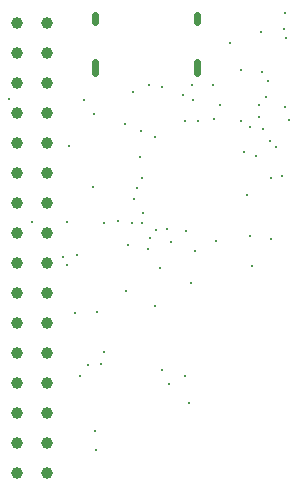
<source format=gbr>
%TF.GenerationSoftware,KiCad,Pcbnew,8.0.1*%
%TF.CreationDate,2024-04-26T00:00:21-05:00*%
%TF.ProjectId,Final Projeco,46696e61-6c20-4507-926f-6a65636f2e6b,rev?*%
%TF.SameCoordinates,Original*%
%TF.FileFunction,Plated,1,6,PTH,Mixed*%
%TF.FilePolarity,Positive*%
%FSLAX46Y46*%
G04 Gerber Fmt 4.6, Leading zero omitted, Abs format (unit mm)*
G04 Created by KiCad (PCBNEW 8.0.1) date 2024-04-26 00:00:21*
%MOMM*%
%LPD*%
G01*
G04 APERTURE LIST*
%TA.AperFunction,ViaDrill*%
%ADD10C,0.300000*%
%TD*%
G04 aperture for slot hole*
%TA.AperFunction,ComponentDrill*%
%ADD11C,0.600000*%
%TD*%
%TA.AperFunction,ComponentDrill*%
%ADD12C,1.000000*%
%TD*%
G04 APERTURE END LIST*
D10*
X26510000Y-24430000D03*
X28440000Y-34870000D03*
X31130900Y-37820600D03*
X31433800Y-38481600D03*
X31440000Y-34890000D03*
X31620000Y-28440000D03*
X32110000Y-42600000D03*
X32320000Y-37620000D03*
X32520000Y-47910000D03*
X32870000Y-24500000D03*
X33250000Y-47000000D03*
X33621800Y-31918200D03*
X33680000Y-25740000D03*
X33820000Y-52560000D03*
X33880000Y-54150000D03*
X34000000Y-42500000D03*
X34320000Y-46860000D03*
X34530000Y-34980000D03*
X34555000Y-45855000D03*
X35730000Y-34820000D03*
X36320000Y-26530000D03*
X36420000Y-40670000D03*
X36570000Y-36850000D03*
X36975000Y-34975000D03*
X37050000Y-23870000D03*
X37100000Y-32940000D03*
X37348800Y-31948800D03*
X37580000Y-29370000D03*
X37700000Y-27140000D03*
X37750000Y-31117600D03*
X37810000Y-34920000D03*
X37885000Y-34100000D03*
X38330000Y-37120000D03*
X38350100Y-23250100D03*
X38440000Y-36230000D03*
X38881400Y-27642300D03*
X38900000Y-42000000D03*
X38994900Y-35560000D03*
X39300000Y-38800000D03*
X39500000Y-47400000D03*
X39500100Y-23400000D03*
X39910000Y-35450000D03*
X40070000Y-48560000D03*
X40200000Y-36600000D03*
X41291300Y-24081700D03*
X41420000Y-47930000D03*
X41460000Y-26310000D03*
X41470000Y-35600000D03*
X41800000Y-50200000D03*
X41900000Y-40000000D03*
X42000000Y-23300000D03*
X42089800Y-24511200D03*
X42310000Y-37300000D03*
X42516500Y-26346100D03*
X43760000Y-23290000D03*
X43840000Y-26110000D03*
X44063800Y-36500000D03*
X44400000Y-25000000D03*
X45200000Y-19700000D03*
X46190000Y-26350000D03*
X46200000Y-22020000D03*
X46447700Y-28981100D03*
X46700000Y-32600000D03*
X46910000Y-26810000D03*
X46950000Y-36050000D03*
X47100000Y-38600000D03*
X47396700Y-29303000D03*
X47650000Y-25950000D03*
X47730000Y-25000000D03*
X47840000Y-18790000D03*
X47970000Y-22200000D03*
X48002700Y-26954100D03*
X48260000Y-24290000D03*
X48430000Y-22910000D03*
X48630000Y-28010000D03*
X48700000Y-31100000D03*
X48700000Y-36300000D03*
X49100600Y-28477100D03*
X49670000Y-30980000D03*
X49800000Y-18500000D03*
X49900000Y-17200000D03*
X49910000Y-25100000D03*
X50000000Y-19300000D03*
X50220000Y-26240000D03*
D11*
%TO.C,U2*%
X33779859Y-17325044D02*
X33779859Y-17925044D01*
X33779859Y-21355131D02*
X33779859Y-22255131D01*
X42419941Y-17325044D02*
X42419941Y-17925044D01*
X42419941Y-21355131D02*
X42419941Y-22255131D01*
D12*
%TO.C,U7*%
X27209997Y-18049962D03*
X27209997Y-20589967D03*
X27209997Y-23129972D03*
X27209997Y-25669977D03*
X27209997Y-28209982D03*
X27209997Y-30749987D03*
X27209997Y-33289992D03*
X27209997Y-35829997D03*
X27209997Y-38370003D03*
X27209997Y-40910008D03*
X27209997Y-43450013D03*
X27209997Y-45990018D03*
X27209997Y-48530023D03*
X27209997Y-51070028D03*
X27209997Y-53610033D03*
X27209997Y-56150038D03*
X29750003Y-18049962D03*
X29750003Y-20589967D03*
X29750003Y-23129972D03*
X29750003Y-25669977D03*
X29750003Y-28209982D03*
X29750003Y-30749987D03*
X29750003Y-33289992D03*
X29750003Y-35829997D03*
X29750003Y-38370003D03*
X29750003Y-40910008D03*
X29750003Y-43450013D03*
X29750003Y-45990018D03*
X29750003Y-48530023D03*
X29750003Y-51070028D03*
X29750003Y-53610033D03*
X29750003Y-56150038D03*
M02*

</source>
